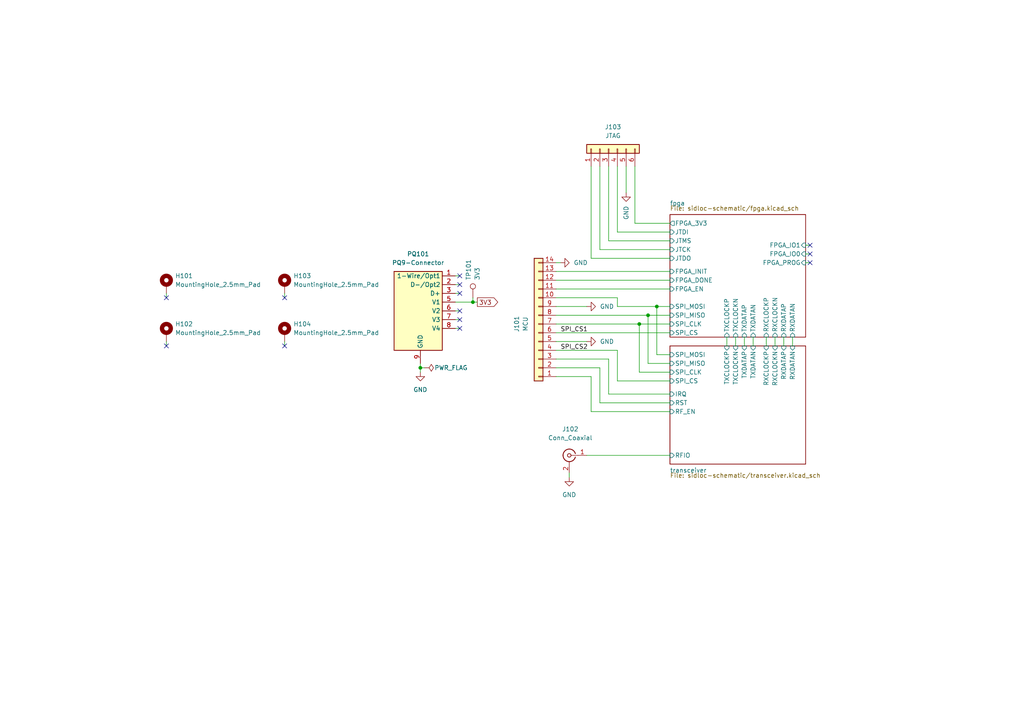
<source format=kicad_sch>
(kicad_sch (version 20211123) (generator eeschema)
  (paper "A4")
  (lib_symbols
    (symbol "Connector:Conn_Coaxial" (pin_names (offset 1.016) hide)
      (property "Reference" "J" (at 0.254 3.048 0))
      (property "Value" "Conn_Coaxial" (at 2.921 0 90))
      (symbol "Conn_Coaxial_0_1"
        (arc (start -1.778 -0.508) (mid 0.2311 -1.8066) (end 1.778 0) (stroke (width 0.254)))
        (polyline (pts (xy -2.54 0) (xy -0.508 0)))
        (polyline (pts (xy 0 -2.54) (xy 0 -1.778)))
        (circle (center 0 0) (radius 0.508) (stroke (width 0.2032)))
        (arc (start 1.778 0) (mid 0.2099 1.8101) (end -1.778 0.508) (stroke (width 0.254)))
      )
      (symbol "Conn_Coaxial_1_1"
        (pin passive line (at -5.08 0 0) (length 2.54) (name "In") (number "1"))
        (pin passive line (at 0 -5.08 90) (length 2.54) (name "Ext") (number "2"))
      )
    )
    (symbol "Connector:TestPoint" (pin_numbers hide) (pin_names (offset 0.762) hide)
      (property "Reference" "TP" (at 0 6.858 0))
      (property "Value" "TestPoint" (at 0 5.08 0))
      (symbol "TestPoint_0_1"
        (circle (center 0 3.302) (radius 0.762))
      )
      (symbol "TestPoint_1_1"
        (pin passive line (at 0 0 90) (length 2.54) (name "1") (number "1"))
      )
    )
    (symbol "Connector_Generic:Conn_01x06" (pin_names (offset 1.016) hide)
      (property "Reference" "J" (at 0 7.62 0))
      (property "Value" "Conn_01x06" (at 0 -10.16 0))
      (symbol "Conn_01x06_1_1"
        (rectangle (start -1.27 -7.493) (end 0 -7.747) (stroke (width 0.1524)))
        (rectangle (start -1.27 -4.953) (end 0 -5.207) (stroke (width 0.1524)))
        (rectangle (start -1.27 -2.413) (end 0 -2.667) (stroke (width 0.1524)))
        (rectangle (start -1.27 0.127) (end 0 -0.127) (stroke (width 0.1524)))
        (rectangle (start -1.27 2.667) (end 0 2.413) (stroke (width 0.1524)))
        (rectangle (start -1.27 5.207) (end 0 4.953) (stroke (width 0.1524)))
        (rectangle (start -1.27 6.35) (end 1.27 -8.89) (stroke (width 0.254)) (fill (type background)))
        (pin passive line (at -5.08 5.08 0) (length 3.81) (name "Pin_1") (number "1"))
        (pin passive line (at -5.08 2.54 0) (length 3.81) (name "Pin_2") (number "2"))
        (pin passive line (at -5.08 0 0) (length 3.81) (name "Pin_3") (number "3"))
        (pin passive line (at -5.08 -2.54 0) (length 3.81) (name "Pin_4") (number "4"))
        (pin passive line (at -5.08 -5.08 0) (length 3.81) (name "Pin_5") (number "5"))
        (pin passive line (at -5.08 -7.62 0) (length 3.81) (name "Pin_6") (number "6"))
      )
    )
    (symbol "Connector_Generic:Conn_01x14" (pin_names (offset 1.016) hide)
      (property "Reference" "J" (at 0 17.78 0))
      (property "Value" "Conn_01x14" (at 0 -20.32 0))
      (symbol "Conn_01x14_1_1"
        (rectangle (start -1.27 -17.653) (end 0 -17.907) (stroke (width 0.1524)))
        (rectangle (start -1.27 -15.113) (end 0 -15.367) (stroke (width 0.1524)))
        (rectangle (start -1.27 -12.573) (end 0 -12.827) (stroke (width 0.1524)))
        (rectangle (start -1.27 -10.033) (end 0 -10.287) (stroke (width 0.1524)))
        (rectangle (start -1.27 -7.493) (end 0 -7.747) (stroke (width 0.1524)))
        (rectangle (start -1.27 -4.953) (end 0 -5.207) (stroke (width 0.1524)))
        (rectangle (start -1.27 -2.413) (end 0 -2.667) (stroke (width 0.1524)))
        (rectangle (start -1.27 0.127) (end 0 -0.127) (stroke (width 0.1524)))
        (rectangle (start -1.27 2.667) (end 0 2.413) (stroke (width 0.1524)))
        (rectangle (start -1.27 5.207) (end 0 4.953) (stroke (width 0.1524)))
        (rectangle (start -1.27 7.747) (end 0 7.493) (stroke (width 0.1524)))
        (rectangle (start -1.27 10.287) (end 0 10.033) (stroke (width 0.1524)))
        (rectangle (start -1.27 12.827) (end 0 12.573) (stroke (width 0.1524)))
        (rectangle (start -1.27 15.367) (end 0 15.113) (stroke (width 0.1524)))
        (rectangle (start -1.27 16.51) (end 1.27 -19.05) (stroke (width 0.254)) (fill (type background)))
        (pin passive line (at -5.08 15.24 0) (length 3.81) (name "Pin_1") (number "1"))
        (pin passive line (at -5.08 -7.62 0) (length 3.81) (name "Pin_10") (number "10"))
        (pin passive line (at -5.08 -10.16 0) (length 3.81) (name "Pin_11") (number "11"))
        (pin passive line (at -5.08 -12.7 0) (length 3.81) (name "Pin_12") (number "12"))
        (pin passive line (at -5.08 -15.24 0) (length 3.81) (name "Pin_13") (number "13"))
        (pin passive line (at -5.08 -17.78 0) (length 3.81) (name "Pin_14") (number "14"))
        (pin passive line (at -5.08 12.7 0) (length 3.81) (name "Pin_2") (number "2"))
        (pin passive line (at -5.08 10.16 0) (length 3.81) (name "Pin_3") (number "3"))
        (pin passive line (at -5.08 7.62 0) (length 3.81) (name "Pin_4") (number "4"))
        (pin passive line (at -5.08 5.08 0) (length 3.81) (name "Pin_5") (number "5"))
        (pin passive line (at -5.08 2.54 0) (length 3.81) (name "Pin_6") (number "6"))
        (pin passive line (at -5.08 0 0) (length 3.81) (name "Pin_7") (number "7"))
        (pin passive line (at -5.08 -2.54 0) (length 3.81) (name "Pin_8") (number "8"))
        (pin passive line (at -5.08 -5.08 0) (length 3.81) (name "Pin_9") (number "9"))
      )
    )
    (symbol "Mechanical:MountingHole_Pad" (pin_numbers hide) (pin_names (offset 1.016) hide)
      (property "Reference" "H" (at 0 6.35 0))
      (property "Value" "MountingHole_Pad" (at 0 4.445 0))
      (symbol "MountingHole_Pad_0_1"
        (circle (center 0 1.27) (radius 1.27) (stroke (width 1.27)))
      )
      (symbol "MountingHole_Pad_1_1"
        (pin input line (at 0 -2.54 90) (length 2.54) (name "1") (number "1"))
      )
    )
    (symbol "lsf-kicad:PQ9-Connector"
      (property "Reference" "PQ" (at -3.81 12.7 0))
      (property "Value" "PQ9-Connector" (at 7.62 12.7 0))
      (symbol "PQ9-Connector_0_1"
        (rectangle (start -6.35 11.43) (end 7.62 -11.43) (stroke (width 0.254)) (fill (type background)))
      )
      (symbol "PQ9-Connector_1_1"
        (pin bidirectional line (at -10.16 10.16 0) (length 3.81) (name "1-Wire/Opt1") (number "1"))
        (pin bidirectional line (at -10.16 7.62 0) (length 3.81) (name "D-/Opt2") (number "2"))
        (pin bidirectional line (at -10.16 5.08 0) (length 3.81) (name "D+") (number "3"))
        (pin passive line (at 0 -15.24 90) (length 3.81) hide (name "GND") (number "4"))
        (pin power_out line (at -10.16 2.54 0) (length 3.81) (name "V1") (number "5"))
        (pin power_out line (at -10.16 0 0) (length 3.81) (name "V2") (number "6"))
        (pin power_out line (at -10.16 -2.54 0) (length 3.81) (name "V3") (number "7"))
        (pin power_out line (at -10.16 -5.08 0) (length 3.81) (name "V4") (number "8"))
        (pin power_in line (at 0 -15.24 90) (length 3.81) (name "GND") (number "9"))
      )
    )
    (symbol "power:GND" (power) (pin_names (offset 0))
      (property "Value" "GND" (at 0 -3.81 0))
      (symbol "GND_0_1"
        (polyline (pts (xy 0 0) (xy 0 -1.27) (xy 1.27 -1.27) (xy 0 -2.54) (xy -1.27 -1.27) (xy 0 -1.27)))
      )
      (symbol "GND_1_1"
        (pin power_in line (at 0 0 270) (length 0) hide (name "GND") (number "1"))
      )
    )
    (symbol "power:PWR_FLAG" (power) (pin_numbers hide) (pin_names (offset 0) hide)
      (property "Value" "PWR_FLAG" (at 0 3.81 0))
      (symbol "PWR_FLAG_0_0"
        (pin power_out line (at 0 0 90) (length 0) (name "pwr") (number "1"))
      )
      (symbol "PWR_FLAG_0_1"
        (polyline (pts (xy 0 0) (xy 0 1.27) (xy -1.016 1.905) (xy 0 2.54) (xy 1.016 1.905) (xy 0 1.27)))
      )
    )
  )
  (junction (at 185.42 93.98))
  (junction (at 187.96 91.44))
  (junction (at 137.16 87.63))
  (junction (at 190.5 88.9))
  (junction (at 121.92 106.68))
  (no_connect (at 48.26 86.36))
  (no_connect (at 48.26 100.33))
  (no_connect (at 82.55 86.36))
  (no_connect (at 82.55 100.33))
  (no_connect (at 234.95 71.12))
  (no_connect (at 234.95 73.66))
  (no_connect (at 234.95 76.2))
  (no_connect (at 133.35 90.17))
  (no_connect (at 133.35 82.55))
  (no_connect (at 133.35 85.09))
  (no_connect (at 133.35 80.01))
  (no_connect (at 133.35 95.25))
  (no_connect (at 133.35 92.71))
  (wire (pts (xy 179.07 86.36) (xy 161.29 86.36)))
  (wire (pts (xy 121.92 106.68) (xy 123.19 106.68)))
  (wire (pts (xy 132.08 85.09) (xy 133.35 85.09)))
  (wire (pts (xy 222.25 97.79) (xy 222.25 100.33)))
  (wire (pts (xy 161.29 106.68) (xy 173.99 106.68)))
  (wire (pts (xy 184.15 48.26) (xy 184.15 64.77)))
  (wire (pts (xy 82.55 85.09) (xy 82.55 86.36)))
  (wire (pts (xy 161.29 99.06) (xy 170.18 99.06)))
  (wire (pts (xy 171.45 119.38) (xy 194.31 119.38)))
  (wire (pts (xy 48.26 99.06) (xy 48.26 100.33)))
  (wire (pts (xy 176.53 104.14) (xy 176.53 114.3)))
  (wire (pts (xy 229.87 97.79) (xy 229.87 100.33)))
  (wire (pts (xy 194.31 69.85) (xy 176.53 69.85)))
  (wire (pts (xy 179.07 110.49) (xy 194.31 110.49)))
  (wire (pts (xy 161.29 104.14) (xy 176.53 104.14)))
  (wire (pts (xy 190.5 102.87) (xy 190.5 88.9)))
  (wire (pts (xy 161.29 96.52) (xy 194.31 96.52)))
  (wire (pts (xy 171.45 48.26) (xy 171.45 74.93)))
  (wire (pts (xy 190.5 102.87) (xy 194.31 102.87)))
  (wire (pts (xy 132.08 80.01) (xy 133.35 80.01)))
  (wire (pts (xy 48.26 85.09) (xy 48.26 86.36)))
  (wire (pts (xy 132.08 82.55) (xy 133.35 82.55)))
  (wire (pts (xy 227.33 97.79) (xy 227.33 100.33)))
  (wire (pts (xy 187.96 91.44) (xy 194.31 91.44)))
  (wire (pts (xy 185.42 93.98) (xy 185.42 107.95)))
  (wire (pts (xy 233.68 76.2) (xy 234.95 76.2)))
  (wire (pts (xy 132.08 95.25) (xy 133.35 95.25)))
  (wire (pts (xy 179.07 88.9) (xy 179.07 86.36)))
  (wire (pts (xy 181.61 48.26) (xy 181.61 55.88)))
  (wire (pts (xy 176.53 114.3) (xy 194.31 114.3)))
  (wire (pts (xy 210.82 97.79) (xy 210.82 100.33)))
  (wire (pts (xy 233.68 73.66) (xy 234.95 73.66)))
  (wire (pts (xy 132.08 87.63) (xy 137.16 87.63)))
  (wire (pts (xy 176.53 48.26) (xy 176.53 69.85)))
  (wire (pts (xy 179.07 101.6) (xy 179.07 110.49)))
  (wire (pts (xy 190.5 88.9) (xy 179.07 88.9)))
  (wire (pts (xy 161.29 91.44) (xy 187.96 91.44)))
  (wire (pts (xy 173.99 106.68) (xy 173.99 116.84)))
  (wire (pts (xy 194.31 74.93) (xy 171.45 74.93)))
  (wire (pts (xy 173.99 116.84) (xy 194.31 116.84)))
  (wire (pts (xy 194.31 107.95) (xy 185.42 107.95)))
  (wire (pts (xy 194.31 88.9) (xy 190.5 88.9)))
  (wire (pts (xy 161.29 78.74) (xy 194.31 78.74)))
  (wire (pts (xy 224.79 97.79) (xy 224.79 100.33)))
  (wire (pts (xy 121.92 105.41) (xy 121.92 106.68)))
  (wire (pts (xy 218.44 97.79) (xy 218.44 100.33)))
  (wire (pts (xy 170.18 132.08) (xy 194.31 132.08)))
  (wire (pts (xy 137.16 86.36) (xy 137.16 87.63)))
  (wire (pts (xy 194.31 64.77) (xy 184.15 64.77)))
  (wire (pts (xy 213.36 97.79) (xy 213.36 100.33)))
  (wire (pts (xy 161.29 109.22) (xy 171.45 109.22)))
  (wire (pts (xy 165.1 137.16) (xy 165.1 138.43)))
  (wire (pts (xy 187.96 105.41) (xy 187.96 91.44)))
  (wire (pts (xy 179.07 48.26) (xy 179.07 67.31)))
  (wire (pts (xy 215.9 97.79) (xy 215.9 100.33)))
  (wire (pts (xy 185.42 93.98) (xy 194.31 93.98)))
  (wire (pts (xy 161.29 93.98) (xy 185.42 93.98)))
  (wire (pts (xy 161.29 76.2) (xy 162.56 76.2)))
  (wire (pts (xy 161.29 88.9) (xy 170.18 88.9)))
  (wire (pts (xy 161.29 81.28) (xy 194.31 81.28)))
  (wire (pts (xy 173.99 48.26) (xy 173.99 72.39)))
  (wire (pts (xy 187.96 105.41) (xy 194.31 105.41)))
  (wire (pts (xy 233.68 71.12) (xy 234.95 71.12)))
  (wire (pts (xy 132.08 92.71) (xy 133.35 92.71)))
  (wire (pts (xy 161.29 83.82) (xy 194.31 83.82)))
  (wire (pts (xy 194.31 67.31) (xy 179.07 67.31)))
  (wire (pts (xy 194.31 72.39) (xy 173.99 72.39)))
  (wire (pts (xy 171.45 109.22) (xy 171.45 119.38)))
  (wire (pts (xy 137.16 87.63) (xy 138.43 87.63)))
  (wire (pts (xy 161.29 101.6) (xy 179.07 101.6)))
  (wire (pts (xy 121.92 106.68) (xy 121.92 107.95)))
  (wire (pts (xy 82.55 99.06) (xy 82.55 100.33)))
  (wire (pts (xy 132.08 90.17) (xy 133.35 90.17)))
  (label "SPI_CS2" (at 162.56 101.6 0))
  (label "SPI_CS1" (at 162.56 96.52 0))
  (global_label "3V3" (shape output) (at 138.43 87.63 0) (property "Intersheet References" "${INTERSHEET_REFS}" (effects hide)))
  (symbol (lib_id "power:GND") (at 181.61 55.88 0) (unit 1)
    (property "Reference" "#PWR0104" (effects hide))
    (property "Value" "GND" (at 181.6101 59.69 90) (effects (justify right)))
  )
  (symbol (lib_id "power:GND") (at 121.92 107.95 0) (unit 1)
    (property "Reference" "#PWR0105" (effects hide))
    (property "Value" "GND" (at 121.92 113.03 0))
  )
  (symbol (lib_id "Mechanical:MountingHole_Pad") (at 82.55 82.55 0) (unit 1)
    (property "Reference" "H103" (at 85.09 80.0099 0) (effects (justify left)))
    (property "Value" "MountingHole_2.5mm_Pad" (at 85.09 82.5499 0) (effects (justify left)))
    (property "Footprint" "MountingHole:MountingHole_2.5mm_Pad" (effects hide))
  )
  (symbol (lib_id "Mechanical:MountingHole_Pad") (at 82.55 96.52 0) (unit 1)
    (property "Reference" "H104" (at 85.09 93.9799 0) (effects (justify left)))
    (property "Value" "MountingHole_2.5mm_Pad" (at 85.09 96.5199 0) (effects (justify left)))
    (property "Footprint" "MountingHole:MountingHole_2.5mm_Pad" (effects hide))
  )
  (symbol (lib_id "Mechanical:MountingHole_Pad") (at 48.26 96.52 0) (unit 1)
    (property "Reference" "H102" (at 50.8 93.9799 0) (effects (justify left)))
    (property "Value" "MountingHole_2.5mm_Pad" (at 50.8 96.5199 0) (effects (justify left)))
    (property "Footprint" "MountingHole:MountingHole_2.5mm_Pad" (effects hide))
  )
  (symbol (lib_id "power:GND") (at 170.18 99.06 90) (unit 1)
    (property "Reference" "#PWR0106" (effects hide))
    (property "Value" "GND" (at 173.99 99.0599 90) (effects (justify right)))
  )
  (symbol (lib_id "Connector:TestPoint") (at 137.16 86.36 0) (unit 1) (in_bom no)
    (property "Reference" "TP101" (at 135.89 81.28 90) (effects (justify left)))
    (property "Value" "3V3" (at 138.43 81.28 90) (effects (justify left)))
    (property "Footprint" "lsf-kicad-lib:TestPoint_D0.8mm_Mask-Only" (effects hide))
  )
  (symbol (lib_id "power:GND") (at 165.1 138.43 0) (unit 1)
    (property "Reference" "#PWR0101" (effects hide))
    (property "Value" "GND" (at 165.1 143.51 0))
  )
  (symbol (lib_id "Connector_Generic:Conn_01x06") (at 176.53 43.18 90) (unit 1)
    (property "Reference" "J103" (at 177.8 36.83 90))
    (property "Value" "JTAG" (at 177.8 39.37 90))
    (property "Footprint" "Connector_Molex:Molex_PicoBlade_53261-0671_1x06-1MP_P1.25mm_Horizontal" (effects hide))
  )
  (symbol (lib_id "power:GND") (at 162.56 76.2 90) (unit 1)
    (property "Reference" "#PWR0102" (effects hide))
    (property "Value" "GND" (at 166.37 76.1999 90) (effects (justify right)))
  )
  (symbol (lib_id "lsf-kicad:PQ9-Connector") (at 121.92 90.17 0) (mirror y) (unit 1)
    (property "Reference" "PQ101" (at 121.285 73.66 0))
    (property "Value" "PQ9-Connector" (at 121.285 76.2 0))
    (property "Footprint" "Connector_PinSocket_2.00mm:PinSocket_1x09_P2.00mm_Vertical" (effects hide))
    (property "Datasheet" "https://libre.space/pq9ish" (effects hide))
  )
  (symbol (lib_id "Connector_Generic:Conn_01x14") (at 156.21 93.98 180) (unit 1)
    (property "Reference" "J101" (at 149.86 93.98 90))
    (property "Value" "MCU" (at 152.4 93.98 90))
    (property "Footprint" "Connector_Molex:Molex_PicoBlade_53261-1471_1x14-1MP_P1.25mm_Horizontal" (effects hide))
  )
  (symbol (lib_id "power:GND") (at 170.18 88.9 90) (unit 1)
    (property "Reference" "#PWR0103" (effects hide))
    (property "Value" "GND" (at 173.99 88.8999 90) (effects (justify right)))
  )
  (symbol (lib_id "power:PWR_FLAG") (at 123.19 106.68 270) (unit 1)
    (property "Reference" "#FLG0101" (effects hide))
    (property "Value" "PWR_FLAG" (at 130.81 106.68 90))
  )
  (symbol (lib_id "Mechanical:MountingHole_Pad") (at 48.26 82.55 0) (unit 1)
    (property "Reference" "H101" (at 50.8 80.0099 0) (effects (justify left)))
    (property "Value" "MountingHole_2.5mm_Pad" (at 50.8 82.5499 0) (effects (justify left)))
    (property "Footprint" "MountingHole:MountingHole_2.5mm_Pad" (effects hide))
  )
  (symbol (lib_id "Connector:Conn_Coaxial") (at 165.1 132.08 0) (mirror y) (unit 1)
    (property "Reference" "J102" (at 165.4174 124.46 0))
    (property "Value" "Conn_Coaxial" (at 165.4174 127 0))
    (property "Footprint" "Connector_Coaxial:U.FL_Hirose_U.FL-R-SMT-1_Vertical" (effects hide))
    (property "Datasheet" " ~" (effects hide))
  )
  (sheet (at 194.31 62.23) (size 39.37 35.56) (stroke (width 0.1524))
    (property "Sheet name" "fpga" (at 194.31 59.69 0) (effects (justify left bottom)))
    (property "Sheet file" "sidloc-schematic/fpga.kicad_sch" (at 194.31 59.69 0) (effects (justify left top)))
    (pin "RXCLOCKN" input (at 224.79 97.79 270))
    (pin "FPGA_IO1" input (at 233.68 71.12 0))
    (pin "FPGA_IO0" input (at 233.68 73.66 0))
    (pin "FPGA_INIT" input (at 194.31 78.74 180))
    (pin "FPGA_PROG" input (at 233.68 76.2 0))
    (pin "FPGA_DONE" input (at 194.31 81.28 180))
    (pin "FPGA_EN" input (at 194.31 83.82 180))
    (pin "TXCLOCKN" input (at 213.36 97.79 270))
    (pin "TXCLOCKP" input (at 210.82 97.79 270))
    (pin "RXDATAP" input (at 227.33 97.79 270))
    (pin "RXCLOCKP" input (at 222.25 97.79 270))
    (pin "TXDATAN" input (at 218.44 97.79 270))
    (pin "TXDATAP" input (at 215.9 97.79 270))
    (pin "RXDATAN" input (at 229.87 97.79 270))
    (pin "SPI_MISO" input (at 194.31 91.44 180))
    (pin "SPI_MOSI" input (at 194.31 88.9 180))
    (pin "SPI_CLK" input (at 194.31 93.98 180))
    (pin "SPI_CS" input (at 194.31 96.52 180))
    (pin "JTDO" input (at 194.31 74.93 180))
    (pin "JTMS" input (at 194.31 69.85 180))
    (pin "JTDI" input (at 194.31 67.31 180))
    (pin "JTCK" input (at 194.31 72.39 180))
    (pin "FPGA_3V3" output (at 194.31 64.77 180))
  )
  (sheet (at 194.31 100.33) (size 39.37 34.29) (stroke (width 0.1524))
    (property "Sheet name" "transceiver" (at 194.31 137.16 0) (effects (justify left bottom)))
    (property "Sheet file" "sidloc-schematic/transceiver.kicad_sch" (at 194.31 137.16 0) (effects (justify left top)))
    (pin "RST" input (at 194.31 116.84 180))
    (pin "TXCLOCKN" input (at 213.36 100.33 90))
    (pin "TXCLOCKP" input (at 210.82 100.33 90))
    (pin "TXDATAP" input (at 215.9 100.33 90))
    (pin "RXDATAP" input (at 227.33 100.33 90))
    (pin "RXCLOCKP" input (at 222.25 100.33 90))
    (pin "RXDATAN" input (at 229.87 100.33 90))
    (pin "TXDATAN" input (at 218.44 100.33 90))
    (pin "RXCLOCKN" input (at 224.79 100.33 90))
    (pin "SPI_CS" input (at 194.31 110.49 180))
    (pin "SPI_MISO" input (at 194.31 105.41 180))
    (pin "SPI_CLK" input (at 194.31 107.95 180))
    (pin "IRQ" input (at 194.31 114.3 180))
    (pin "SPI_MOSI" input (at 194.31 102.87 180))
    (pin "RF_EN" input (at 194.31 119.38 180))
    (pin "RFIO" input (at 194.31 132.08 180))
  )
)
</source>
